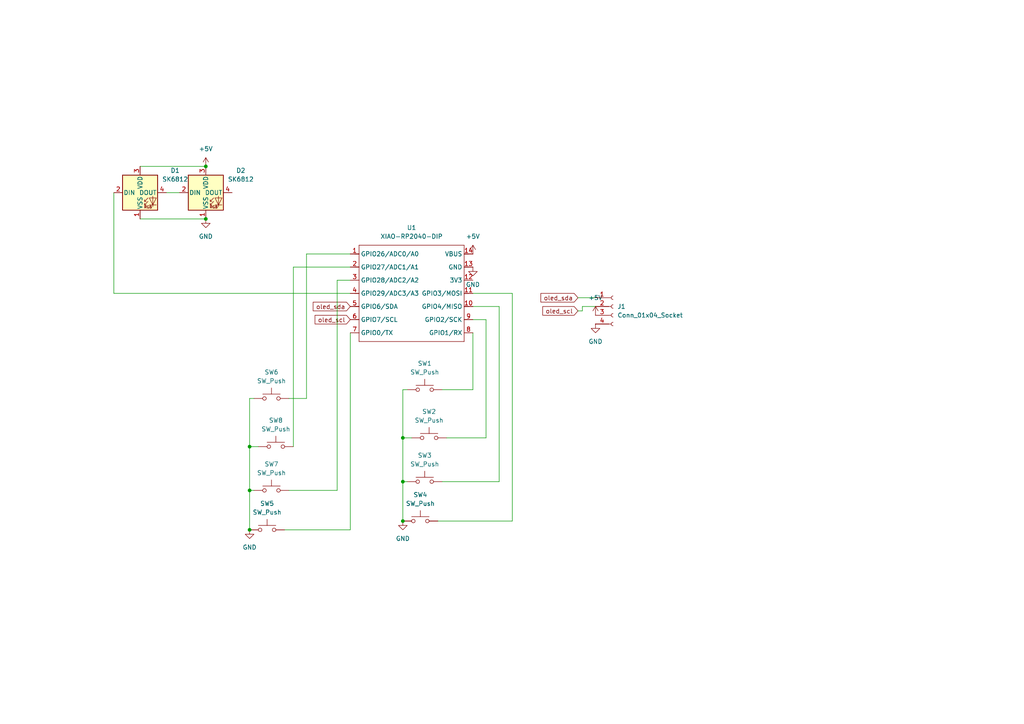
<source format=kicad_sch>
(kicad_sch (version 20250114) (generator "eeschema") (generator_version "9.0")
  (paper "A4")
  (lib_symbols
    (symbol "Connector:Conn_01x04_Socket" (pin_names (offset 1.016) (hide yes))
      (property "Reference" "J" (at 0 5.08 0))
      (property "Value" "Conn_01x04_Socket" (at 0 -7.62 0))
      (symbol "Conn_01x04_Socket_1_1"
        (polyline (pts (xy -1.27 2.54) (xy -0.508 2.54)) (stroke (width 0.1524)))
        (polyline (pts (xy -1.27 0) (xy -0.508 0)) (stroke (width 0.1524)))
        (polyline (pts (xy -1.27 -2.54) (xy -0.508 -2.54)) (stroke (width 0.1524)))
        (polyline (pts (xy -1.27 -5.08) (xy -0.508 -5.08)) (stroke (width 0.1524)))
        (arc (start 0 2.032) (mid -0.5058 2.54) (end 0 3.048) (stroke (width 0.1524)))
        (arc (start 0 -0.508) (mid -0.5058 0) (end 0 0.508) (stroke (width 0.1524)))
        (arc (start 0 -3.048) (mid -0.5058 -2.54) (end 0 -2.032) (stroke (width 0.1524)))
        (arc (start 0 -5.588) (mid -0.5058 -5.08) (end 0 -4.572) (stroke (width 0.1524)))
        (pin passive line (at -5.08 2.54 0) (length 3.81) (name "Pin_1") (number "1"))
        (pin passive line (at -5.08 0 0) (length 3.81) (name "Pin_2") (number "2"))
        (pin passive line (at -5.08 -2.54 0) (length 3.81) (name "Pin_3") (number "3"))
        (pin passive line (at -5.08 -5.08 0) (length 3.81) (name "Pin_4") (number "4"))
      )
    )
    (symbol "LED:SK6812" (pin_names (offset 0.254))
      (property "Reference" "D" (at 5.08 5.715 0))
      (property "Value" "SK6812" (at 1.27 -5.715 0))
      (symbol "SK6812_0_0"
        (text "RGB" (at 2.286 -4.191 0) (effects (font (size 0.762 0.762))))
      )
      (symbol "SK6812_0_1"
        (polyline (pts (xy 1.27 -2.54) (xy 1.778 -2.54)))
        (polyline (pts (xy 1.27 -3.556) (xy 1.778 -3.556)))
        (polyline (pts (xy 2.286 -1.524) (xy 1.27 -2.54) (xy 1.27 -2.032)))
        (polyline (pts (xy 2.286 -2.54) (xy 1.27 -3.556) (xy 1.27 -3.048)))
        (polyline (pts (xy 3.683 -1.016) (xy 3.683 -3.556) (xy 3.683 -4.064)))
        (polyline (pts (xy 4.699 -1.524) (xy 2.667 -1.524) (xy 3.683 -3.556) (xy 4.699 -1.524)))
        (polyline (pts (xy 4.699 -3.556) (xy 2.667 -3.556)))
        (rectangle (start 5.08 5.08) (end -5.08 -5.08) (stroke (width 0.254)) (fill (type background)))
      )
      (symbol "SK6812_1_1"
        (pin input line (at -7.62 0 0) (length 2.54) (name "DIN") (number "2"))
        (pin power_in line (at 0 7.62 270) (length 2.54) (name "VDD") (number "3"))
        (pin power_in line (at 0 -7.62 90) (length 2.54) (name "VSS") (number "1"))
        (pin output line (at 7.62 0 180) (length 2.54) (name "DOUT") (number "4"))
      )
    )
    (symbol "Seeed_Studio_XIAO_Series:XIAO-RP2040-DIP"
      (property "Reference" "U" (at 0 0 0))
      (property "Value" "XIAO-RP2040-DIP" (at 5.334 -1.778 0))
      (symbol "XIAO-RP2040-DIP_1_0"
        (polyline (pts (xy -1.27 -2.54) (xy 29.21 -2.54)) (stroke (width 0.1524)))
        (polyline (pts (xy -1.27 -5.08) (xy -2.54 -5.08)) (stroke (width 0.1524)))
        (polyline (pts (xy -1.27 -5.08) (xy -1.27 -2.54)) (stroke (width 0.1524)))
        (polyline (pts (xy -1.27 -8.89) (xy -2.54 -8.89)) (stroke (width 0.1524)))
        (polyline (pts (xy -1.27 -8.89) (xy -1.27 -5.08)) (stroke (width 0.1524)))
        (polyline (pts (xy -1.27 -12.7) (xy -2.54 -12.7)) (stroke (width 0.1524)))
        (polyline (pts (xy -1.27 -12.7) (xy -1.27 -8.89)) (stroke (width 0.1524)))
        (polyline (pts (xy -1.27 -16.51) (xy -2.54 -16.51)) (stroke (width 0.1524)))
        (polyline (pts (xy -1.27 -16.51) (xy -1.27 -12.7)) (stroke (width 0.1524)))
        (polyline (pts (xy -1.27 -20.32) (xy -2.54 -20.32)) (stroke (width 0.1524)))
        (polyline (pts (xy -1.27 -24.13) (xy -2.54 -24.13)) (stroke (width 0.1524)))
        (polyline (pts (xy -1.27 -27.94) (xy -2.54 -27.94)) (stroke (width 0.1524)))
        (polyline (pts (xy -1.27 -30.48) (xy -1.27 -16.51)) (stroke (width 0.1524)))
        (polyline (pts (xy 29.21 -2.54) (xy 29.21 -5.08)) (stroke (width 0.1524)))
        (polyline (pts (xy 29.21 -5.08) (xy 29.21 -8.89)) (stroke (width 0.1524)))
        (polyline (pts (xy 29.21 -8.89) (xy 29.21 -12.7)) (stroke (width 0.1524)))
        (polyline (pts (xy 29.21 -12.7) (xy 29.21 -30.48)) (stroke (width 0.1524)))
        (polyline (pts (xy 29.21 -30.48) (xy -1.27 -30.48)) (stroke (width 0.1524)))
        (polyline (pts (xy 30.48 -5.08) (xy 29.21 -5.08)) (stroke (width 0.1524)))
        (polyline (pts (xy 30.48 -8.89) (xy 29.21 -8.89)) (stroke (width 0.1524)))
        (polyline (pts (xy 30.48 -12.7) (xy 29.21 -12.7)) (stroke (width 0.1524)))
        (polyline (pts (xy 30.48 -16.51) (xy 29.21 -16.51)) (stroke (width 0.1524)))
        (polyline (pts (xy 30.48 -20.32) (xy 29.21 -20.32)) (stroke (width 0.1524)))
        (polyline (pts (xy 30.48 -24.13) (xy 29.21 -24.13)) (stroke (width 0.1524)))
        (polyline (pts (xy 30.48 -27.94) (xy 29.21 -27.94)) (stroke (width 0.1524)))
        (pin passive line (at -3.81 -5.08 0) (length 2.54) (name "GPIO26/ADC0/A0") (number "1"))
        (pin passive line (at -3.81 -8.89 0) (length 2.54) (name "GPIO27/ADC1/A1") (number "2"))
        (pin passive line (at -3.81 -12.7 0) (length 2.54) (name "GPIO28/ADC2/A2") (number "3"))
        (pin passive line (at -3.81 -16.51 0) (length 2.54) (name "GPIO29/ADC3/A3") (number "4"))
        (pin passive line (at -3.81 -20.32 0) (length 2.54) (name "GPIO6/SDA") (number "5"))
        (pin passive line (at -3.81 -24.13 0) (length 2.54) (name "GPIO7/SCL") (number "6"))
        (pin passive line (at -3.81 -27.94 0) (length 2.54) (name "GPIO0/TX") (number "7"))
        (pin passive line (at 31.75 -5.08 180) (length 2.54) (name "VBUS") (number "14"))
        (pin passive line (at 31.75 -8.89 180) (length 2.54) (name "GND") (number "13"))
        (pin passive line (at 31.75 -12.7 180) (length 2.54) (name "3V3") (number "12"))
        (pin passive line (at 31.75 -16.51 180) (length 2.54) (name "GPIO3/MOSI") (number "11"))
        (pin passive line (at 31.75 -20.32 180) (length 2.54) (name "GPIO4/MISO") (number "10"))
        (pin passive line (at 31.75 -24.13 180) (length 2.54) (name "GPIO2/SCK") (number "9"))
        (pin passive line (at 31.75 -27.94 180) (length 2.54) (name "GPIO1/RX") (number "8"))
      )
    )
    (symbol "Switch:SW_Push" (pin_numbers (hide yes)) (pin_names (offset 1.016) (hide yes))
      (property "Reference" "SW" (at 1.27 2.54 0))
      (property "Value" "SW_Push" (at 0 -1.524 0))
      (symbol "SW_Push_0_1"
        (circle (center -2.032 0) (radius 0.508))
        (polyline (pts (xy 0 1.27) (xy 0 3.048)))
        (circle (center 2.032 0) (radius 0.508))
        (polyline (pts (xy 2.54 1.27) (xy -2.54 1.27)))
        (pin passive line (at -5.08 0 0) (length 2.54) (name "1") (number "1"))
        (pin passive line (at 5.08 0 180) (length 2.54) (name "2") (number "2"))
      )
    )
    (symbol "power:+5V" (power) (pin_numbers (hide yes)) (pin_names (offset 0) (hide yes))
      (property "Value" "+5V" (at 0 3.556 0))
      (symbol "+5V_0_1"
        (polyline (pts (xy -0.762 1.27) (xy 0 2.54)))
        (polyline (pts (xy 0 2.54) (xy 0.762 1.27)))
        (polyline (pts (xy 0 0) (xy 0 2.54)))
      )
      (symbol "+5V_1_1"
        (pin power_in line (at 0 0 90) (length 0) (name "~") (number "1"))
      )
    )
    (symbol "power:GND" (power) (pin_numbers (hide yes)) (pin_names (offset 0) (hide yes))
      (property "Value" "GND" (at 0 -3.81 0))
      (symbol "GND_0_1"
        (polyline (pts (xy 0 0) (xy 0 -1.27) (xy 1.27 -1.27) (xy 0 -2.54) (xy -1.27 -1.27) (xy 0 -1.27)))
      )
      (symbol "GND_1_1"
        (pin power_in line (at 0 0 270) (length 0) (name "~") (number "1"))
      )
    )
  )
  (junction (at 116.84 151.13))
  (junction (at 59.69 63.5))
  (junction (at 116.84 139.7))
  (junction (at 116.84 127))
  (junction (at 72.39 129.54))
  (junction (at 72.39 153.67))
  (junction (at 59.69 48.26))
  (junction (at 72.39 142.24))
  (wire (pts (xy 72.39 142.24) (xy 73.66 142.24)))
  (wire (pts (xy 101.6 85.09) (xy 33.02 85.09)))
  (wire (pts (xy 140.97 92.71) (xy 137.16 92.71)))
  (wire (pts (xy 83.82 115.57) (xy 88.9 115.57)))
  (wire (pts (xy 116.84 127) (xy 119.38 127)))
  (wire (pts (xy 116.84 139.7) (xy 118.11 139.7)))
  (wire (pts (xy 97.79 142.24) (xy 97.79 81.28)))
  (wire (pts (xy 48.26 55.88) (xy 52.07 55.88)))
  (wire (pts (xy 40.64 63.5) (xy 59.69 63.5)))
  (wire (pts (xy 83.82 142.24) (xy 97.79 142.24)))
  (wire (pts (xy 137.16 88.9) (xy 144.78 88.9)))
  (wire (pts (xy 72.39 129.54) (xy 74.93 129.54)))
  (wire (pts (xy 144.78 139.7) (xy 128.27 139.7)))
  (wire (pts (xy 72.39 153.67) (xy 72.39 142.24)))
  (wire (pts (xy 72.39 129.54) (xy 72.39 115.57)))
  (wire (pts (xy 101.6 153.67) (xy 101.6 96.52)))
  (wire (pts (xy 168.91 88.9) (xy 172.72 88.9)))
  (wire (pts (xy 40.64 48.26) (xy 59.69 48.26)))
  (wire (pts (xy 137.16 113.03) (xy 128.27 113.03)))
  (wire (pts (xy 167.64 86.36) (xy 172.72 86.36)))
  (wire (pts (xy 148.59 151.13) (xy 148.59 85.09)))
  (wire (pts (xy 129.54 127) (xy 140.97 127)))
  (wire (pts (xy 144.78 88.9) (xy 144.78 139.7)))
  (wire (pts (xy 116.84 139.7) (xy 116.84 127)))
  (wire (pts (xy 82.55 153.67) (xy 101.6 153.67)))
  (wire (pts (xy 140.97 127) (xy 140.97 92.71)))
  (wire (pts (xy 101.6 77.47) (xy 85.09 77.47)))
  (wire (pts (xy 85.09 77.47) (xy 85.09 129.54)))
  (wire (pts (xy 116.84 151.13) (xy 116.84 139.7)))
  (wire (pts (xy 72.39 142.24) (xy 72.39 129.54)))
  (wire (pts (xy 148.59 85.09) (xy 137.16 85.09)))
  (wire (pts (xy 116.84 113.03) (xy 118.11 113.03)))
  (wire (pts (xy 137.16 96.52) (xy 137.16 113.03)))
  (wire (pts (xy 88.9 115.57) (xy 88.9 73.66)))
  (wire (pts (xy 33.02 85.09) (xy 33.02 55.88)))
  (wire (pts (xy 88.9 73.66) (xy 101.6 73.66)))
  (wire (pts (xy 72.39 115.57) (xy 73.66 115.57)))
  (wire (pts (xy 167.64 90.17) (xy 168.91 90.17)))
  (wire (pts (xy 97.79 81.28) (xy 101.6 81.28)))
  (wire (pts (xy 168.91 90.17) (xy 168.91 88.9)))
  (wire (pts (xy 127 151.13) (xy 148.59 151.13)))
  (wire (pts (xy 116.84 127) (xy 116.84 113.03)))
  (global_label "oled_sda" (shape input) (at 167.64 86.36 180) (property "Intersheetrefs" "${INTERSHEET_REFS}" (effects (hide yes))))
  (global_label "oled_scl" (shape input) (at 167.64 90.17 180) (property "Intersheetrefs" "${INTERSHEET_REFS}" (effects (hide yes))))
  (global_label "oled_scl" (shape input) (at 101.6 92.71 180) (property "Intersheetrefs" "${INTERSHEET_REFS}" (effects (hide yes))))
  (global_label "oled_sda" (shape input) (at 101.6 88.9 180) (property "Intersheetrefs" "${INTERSHEET_REFS}" (effects (hide yes))))
  (symbol (lib_id "power:GND") (at 172.72 93.98 0) (unit 1)
    (property "Reference" "#PWR07" (effects (hide yes)))
    (property "Value" "GND" (at 172.72 99.06 0))
    (property "Description" "Power symbol creates a global label with name \"GND\" , ground" (effects (hide yes)))
  )
  (symbol (lib_id "power:+5V") (at 137.16 73.66 0) (unit 1)
    (property "Reference" "#PWR02" (effects (hide yes)))
    (property "Value" "+5V" (at 137.16 68.58 0))
    (property "Description" "Power symbol creates a global label with name \"+5V\"" (effects (hide yes)))
  )
  (symbol (lib_id "Switch:SW_Push") (at 78.74 115.57 0) (unit 1)
    (property "Reference" "SW6" (at 78.74 107.95 0))
    (property "Value" "SW_Push" (at 78.74 110.49 0))
    (property "Footprint" "Button_Switch_Keyboard:SW_Cherry_MX_1.00u_PCB" (effects (hide yes)))
    (property "Description" "Push button switch, generic, two pins" (effects (hide yes)))
  )
  (symbol (lib_id "power:+5V") (at 59.69 48.26 0) (unit 1)
    (property "Reference" "#PWR04" (effects (hide yes)))
    (property "Value" "+5V" (at 59.69 43.18 0))
    (property "Description" "Power symbol creates a global label with name \"+5V\"" (effects (hide yes)))
  )
  (symbol (lib_id "power:GND") (at 59.69 63.5 0) (unit 1)
    (property "Reference" "#PWR03" (effects (hide yes)))
    (property "Value" "GND" (at 59.69 68.58 0))
    (property "Description" "Power symbol creates a global label with name \"GND\" , ground" (effects (hide yes)))
  )
  (symbol (lib_id "LED:SK6812") (at 59.69 55.88 0) (unit 1)
    (property "Reference" "D2" (at 69.85 49.4598 0))
    (property "Value" "SK6812" (at 69.85 51.9998 0))
    (property "Footprint" "LED_SMD:LED_SK6812_PLCC4_5.0x5.0mm_P3.2mm" (effects (hide yes)))
    (property "Datasheet" "https://cdn-shop.adafruit.com/product-files/1138/SK6812+LED+datasheet+.pdf" (effects (hide yes)))
    (property "Description" "RGB LED with integrated controller" (effects (hide yes)))
  )
  (symbol (lib_id "Switch:SW_Push") (at 123.19 139.7 0) (unit 1)
    (property "Reference" "SW3" (at 123.19 132.08 0))
    (property "Value" "SW_Push" (at 123.19 134.62 0))
    (property "Footprint" "Button_Switch_Keyboard:SW_Cherry_MX_1.00u_PCB" (effects (hide yes)))
    (property "Description" "Push button switch, generic, two pins" (effects (hide yes)))
  )
  (symbol (lib_id "power:GND") (at 137.16 77.47 0) (unit 1)
    (property "Reference" "#PWR01" (effects (hide yes)))
    (property "Value" "GND" (at 137.16 82.55 0))
    (property "Description" "Power symbol creates a global label with name \"GND\" , ground" (effects (hide yes)))
  )
  (symbol (lib_id "power:+5V") (at 172.72 91.44 0) (unit 1)
    (property "Reference" "#PWR06" (effects (hide yes)))
    (property "Value" "+5V" (at 172.72 86.36 0))
    (property "Description" "Power symbol creates a global label with name \"+5V\"" (effects (hide yes)))
  )
  (symbol (lib_id "Switch:SW_Push") (at 121.92 151.13 0) (unit 1)
    (property "Reference" "SW4" (at 121.92 143.51 0))
    (property "Value" "SW_Push" (at 121.92 146.05 0))
    (property "Footprint" "Button_Switch_Keyboard:SW_Cherry_MX_1.00u_PCB" (effects (hide yes)))
    (property "Description" "Push button switch, generic, two pins" (effects (hide yes)))
  )
  (symbol (lib_id "power:GND") (at 72.39 153.67 0) (unit 1)
    (property "Reference" "#PWR08" (effects (hide yes)))
    (property "Value" "GND" (at 72.39 158.75 0))
    (property "Description" "Power symbol creates a global label with name \"GND\" , ground" (effects (hide yes)))
  )
  (symbol (lib_id "Switch:SW_Push") (at 77.47 153.67 0) (unit 1)
    (property "Reference" "SW5" (at 77.47 146.05 0))
    (property "Value" "SW_Push" (at 77.47 148.59 0))
    (property "Footprint" "Button_Switch_Keyboard:SW_Cherry_MX_1.00u_PCB" (effects (hide yes)))
    (property "Description" "Push button switch, generic, two pins" (effects (hide yes)))
  )
  (symbol (lib_id "LED:SK6812") (at 40.64 55.88 0) (unit 1)
    (property "Reference" "D1" (at 50.8 49.4598 0))
    (property "Value" "SK6812" (at 50.8 51.9998 0))
    (property "Footprint" "LED_SMD:LED_SK6812_PLCC4_5.0x5.0mm_P3.2mm" (effects (hide yes)))
    (property "Datasheet" "https://cdn-shop.adafruit.com/product-files/1138/SK6812+LED+datasheet+.pdf" (effects (hide yes)))
    (property "Description" "RGB LED with integrated controller" (effects (hide yes)))
  )
  (symbol (lib_id "Switch:SW_Push") (at 124.46 127 0) (unit 1)
    (property "Reference" "SW2" (at 124.46 119.38 0))
    (property "Value" "SW_Push" (at 124.46 121.92 0))
    (property "Footprint" "Button_Switch_Keyboard:SW_Cherry_MX_1.00u_PCB" (effects (hide yes)))
    (property "Description" "Push button switch, generic, two pins" (effects (hide yes)))
  )
  (symbol (lib_id "Switch:SW_Push") (at 123.19 113.03 0) (unit 1)
    (property "Reference" "SW1" (at 123.19 105.41 0))
    (property "Value" "SW_Push" (at 123.19 107.95 0))
    (property "Footprint" "Button_Switch_Keyboard:SW_Cherry_MX_1.00u_PCB" (effects (hide yes)))
    (property "Description" "Push button switch, generic, two pins" (effects (hide yes)))
  )
  (symbol (lib_id "Switch:SW_Push") (at 78.74 142.24 0) (unit 1)
    (property "Reference" "SW7" (at 78.74 134.62 0))
    (property "Value" "SW_Push" (at 78.74 137.16 0))
    (property "Footprint" "Button_Switch_Keyboard:SW_Cherry_MX_1.00u_PCB" (effects (hide yes)))
    (property "Description" "Push button switch, generic, two pins" (effects (hide yes)))
  )
  (symbol (lib_id "Connector:Conn_01x04_Socket") (at 177.8 88.9 0) (unit 1)
    (property "Reference" "J1" (at 179.07 88.8999 0) (effects (justify left)))
    (property "Value" "Conn_01x04_Socket" (at 179.07 91.4399 0) (effects (justify left)))
    (property "Footprint" "Connector_PinHeader_2.54mm:PinHeader_1x04_P2.54mm_Vertical" (effects (hide yes)))
    (property "Description" "Generic connector, single row, 01x04, script generated" (effects (hide yes)))
  )
  (symbol (lib_id "power:GND") (at 116.84 151.13 0) (unit 1)
    (property "Reference" "#PWR05" (effects (hide yes)))
    (property "Value" "GND" (at 116.84 156.21 0))
    (property "Description" "Power symbol creates a global label with name \"GND\" , ground" (effects (hide yes)))
  )
  (symbol (lib_id "Switch:SW_Push") (at 80.01 129.54 0) (unit 1)
    (property "Reference" "SW8" (at 80.01 121.92 0))
    (property "Value" "SW_Push" (at 80.01 124.46 0))
    (property "Footprint" "Button_Switch_Keyboard:SW_Cherry_MX_1.00u_PCB" (effects (hide yes)))
    (property "Description" "Push button switch, generic, two pins" (effects (hide yes)))
  )
  (symbol (lib_id "Seeed_Studio_XIAO_Series:XIAO-RP2040-DIP") (at 105.41 68.58 0) (unit 1)
    (property "Reference" "U1" (at 119.38 66.04 0))
    (property "Value" "XIAO-RP2040-DIP" (at 119.38 68.58 0))
    (property "Footprint" "Seeed Studio XIAO Series Library:XIAO-RP2040-DIP" (effects (hide yes)))
  )
)
</source>
